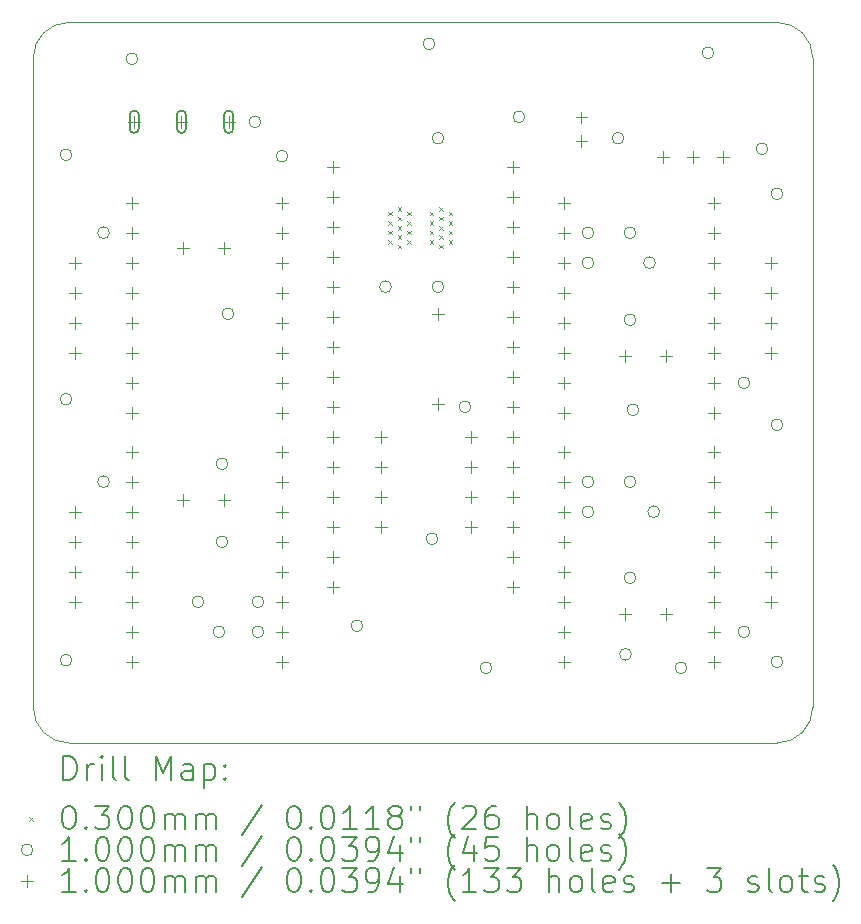
<source format=gbr>
%FSLAX45Y45*%
G04 Gerber Fmt 4.5, Leading zero omitted, Abs format (unit mm)*
G04 Created by KiCad (PCBNEW (6.0.0)) date 2022-05-09 15:37:38*
%MOMM*%
%LPD*%
G01*
G04 APERTURE LIST*
%TA.AperFunction,Profile*%
%ADD10C,0.050000*%
%TD*%
%ADD11C,0.200000*%
%ADD12C,0.030000*%
%ADD13C,0.100000*%
G04 APERTURE END LIST*
D10*
X7825150Y-12172600D02*
X7825150Y-6672600D01*
X8125150Y-12472600D02*
X14125150Y-12472600D01*
X14425150Y-12172600D02*
X14425150Y-6672600D01*
X14125150Y-6372600D02*
X8125150Y-6372600D01*
X7825150Y-12172600D02*
G75*
G03*
X8125150Y-12472600I300000J0D01*
G01*
X14425150Y-6672600D02*
G75*
G03*
X14125150Y-6372600I-300000J0D01*
G01*
X8125150Y-6372600D02*
G75*
G03*
X7825150Y-6672600I0J-300000D01*
G01*
X14125150Y-12472600D02*
G75*
G03*
X14425150Y-12172600I0J300000D01*
G01*
D11*
D12*
X10832550Y-7976530D02*
X10862550Y-8006530D01*
X10862550Y-7976530D02*
X10832550Y-8006530D01*
X10832550Y-8056530D02*
X10862550Y-8086530D01*
X10862550Y-8056530D02*
X10832550Y-8086530D01*
X10832550Y-8136530D02*
X10862550Y-8166530D01*
X10862550Y-8136530D02*
X10832550Y-8166530D01*
X10832550Y-8216530D02*
X10862550Y-8246530D01*
X10862550Y-8216530D02*
X10832550Y-8246530D01*
X10912550Y-7936530D02*
X10942550Y-7966530D01*
X10942550Y-7936530D02*
X10912550Y-7966530D01*
X10912550Y-8016530D02*
X10942550Y-8046530D01*
X10942550Y-8016530D02*
X10912550Y-8046530D01*
X10912550Y-8096530D02*
X10942550Y-8126530D01*
X10942550Y-8096530D02*
X10912550Y-8126530D01*
X10912550Y-8176530D02*
X10942550Y-8206530D01*
X10942550Y-8176530D02*
X10912550Y-8206530D01*
X10912550Y-8256530D02*
X10942550Y-8286530D01*
X10942550Y-8256530D02*
X10912550Y-8286530D01*
X10992550Y-7976530D02*
X11022550Y-8006530D01*
X11022550Y-7976530D02*
X10992550Y-8006530D01*
X10992550Y-8056530D02*
X11022550Y-8086530D01*
X11022550Y-8056530D02*
X10992550Y-8086530D01*
X10992550Y-8136530D02*
X11022550Y-8166530D01*
X11022550Y-8136530D02*
X10992550Y-8166530D01*
X10992550Y-8216530D02*
X11022550Y-8246530D01*
X11022550Y-8216530D02*
X10992550Y-8246530D01*
X11182550Y-7976530D02*
X11212550Y-8006530D01*
X11212550Y-7976530D02*
X11182550Y-8006530D01*
X11182550Y-8056530D02*
X11212550Y-8086530D01*
X11212550Y-8056530D02*
X11182550Y-8086530D01*
X11182550Y-8136530D02*
X11212550Y-8166530D01*
X11212550Y-8136530D02*
X11182550Y-8166530D01*
X11182550Y-8216530D02*
X11212550Y-8246530D01*
X11212550Y-8216530D02*
X11182550Y-8246530D01*
X11262550Y-7936530D02*
X11292550Y-7966530D01*
X11292550Y-7936530D02*
X11262550Y-7966530D01*
X11262550Y-8016530D02*
X11292550Y-8046530D01*
X11292550Y-8016530D02*
X11262550Y-8046530D01*
X11262550Y-8096530D02*
X11292550Y-8126530D01*
X11292550Y-8096530D02*
X11262550Y-8126530D01*
X11262550Y-8176530D02*
X11292550Y-8206530D01*
X11292550Y-8176530D02*
X11262550Y-8206530D01*
X11262550Y-8256530D02*
X11292550Y-8286530D01*
X11292550Y-8256530D02*
X11262550Y-8286530D01*
X11342550Y-7976530D02*
X11372550Y-8006530D01*
X11372550Y-7976530D02*
X11342550Y-8006530D01*
X11342550Y-8056530D02*
X11372550Y-8086530D01*
X11372550Y-8056530D02*
X11342550Y-8086530D01*
X11342550Y-8136530D02*
X11372550Y-8166530D01*
X11372550Y-8136530D02*
X11342550Y-8166530D01*
X11342550Y-8216530D02*
X11372550Y-8246530D01*
X11372550Y-8216530D02*
X11342550Y-8246530D01*
D13*
X8152550Y-7493000D02*
G75*
G03*
X8152550Y-7493000I-50000J0D01*
G01*
X8152550Y-9563100D02*
G75*
G03*
X8152550Y-9563100I-50000J0D01*
G01*
X8152550Y-11772900D02*
G75*
G03*
X8152550Y-11772900I-50000J0D01*
G01*
X8470050Y-8153400D02*
G75*
G03*
X8470050Y-8153400I-50000J0D01*
G01*
X8470050Y-10261600D02*
G75*
G03*
X8470050Y-10261600I-50000J0D01*
G01*
X8711350Y-6680200D02*
G75*
G03*
X8711350Y-6680200I-50000J0D01*
G01*
X9270150Y-11277600D02*
G75*
G03*
X9270150Y-11277600I-50000J0D01*
G01*
X9447950Y-11531600D02*
G75*
G03*
X9447950Y-11531600I-50000J0D01*
G01*
X9473350Y-10109200D02*
G75*
G03*
X9473350Y-10109200I-50000J0D01*
G01*
X9473350Y-10769600D02*
G75*
G03*
X9473350Y-10769600I-50000J0D01*
G01*
X9524150Y-8839200D02*
G75*
G03*
X9524150Y-8839200I-50000J0D01*
G01*
X9752750Y-7213600D02*
G75*
G03*
X9752750Y-7213600I-50000J0D01*
G01*
X9778150Y-11277600D02*
G75*
G03*
X9778150Y-11277600I-50000J0D01*
G01*
X9778150Y-11531600D02*
G75*
G03*
X9778150Y-11531600I-50000J0D01*
G01*
X9981350Y-7505700D02*
G75*
G03*
X9981350Y-7505700I-50000J0D01*
G01*
X10616350Y-11480800D02*
G75*
G03*
X10616350Y-11480800I-50000J0D01*
G01*
X10857650Y-8610600D02*
G75*
G03*
X10857650Y-8610600I-50000J0D01*
G01*
X11225950Y-6553200D02*
G75*
G03*
X11225950Y-6553200I-50000J0D01*
G01*
X11251350Y-10744200D02*
G75*
G03*
X11251350Y-10744200I-50000J0D01*
G01*
X11302150Y-7353300D02*
G75*
G03*
X11302150Y-7353300I-50000J0D01*
G01*
X11302150Y-8610600D02*
G75*
G03*
X11302150Y-8610600I-50000J0D01*
G01*
X11530750Y-9626600D02*
G75*
G03*
X11530750Y-9626600I-50000J0D01*
G01*
X11708550Y-11836400D02*
G75*
G03*
X11708550Y-11836400I-50000J0D01*
G01*
X11987950Y-7173050D02*
G75*
G03*
X11987950Y-7173050I-50000J0D01*
G01*
X12572150Y-8153400D02*
G75*
G03*
X12572150Y-8153400I-50000J0D01*
G01*
X12572150Y-8407400D02*
G75*
G03*
X12572150Y-8407400I-50000J0D01*
G01*
X12572150Y-10261600D02*
G75*
G03*
X12572150Y-10261600I-50000J0D01*
G01*
X12572150Y-10515600D02*
G75*
G03*
X12572150Y-10515600I-50000J0D01*
G01*
X12826150Y-7353300D02*
G75*
G03*
X12826150Y-7353300I-50000J0D01*
G01*
X12889650Y-11722100D02*
G75*
G03*
X12889650Y-11722100I-50000J0D01*
G01*
X12927750Y-8153400D02*
G75*
G03*
X12927750Y-8153400I-50000J0D01*
G01*
X12927750Y-8890000D02*
G75*
G03*
X12927750Y-8890000I-50000J0D01*
G01*
X12927750Y-10261600D02*
G75*
G03*
X12927750Y-10261600I-50000J0D01*
G01*
X12927750Y-11074400D02*
G75*
G03*
X12927750Y-11074400I-50000J0D01*
G01*
X12953150Y-9652000D02*
G75*
G03*
X12953150Y-9652000I-50000J0D01*
G01*
X13092850Y-8407400D02*
G75*
G03*
X13092850Y-8407400I-50000J0D01*
G01*
X13128800Y-10515600D02*
G75*
G03*
X13128800Y-10515600I-50000J0D01*
G01*
X13359550Y-11836400D02*
G75*
G03*
X13359550Y-11836400I-50000J0D01*
G01*
X13588150Y-6629400D02*
G75*
G03*
X13588150Y-6629400I-50000J0D01*
G01*
X13892950Y-9423400D02*
G75*
G03*
X13892950Y-9423400I-50000J0D01*
G01*
X13892950Y-11531600D02*
G75*
G03*
X13892950Y-11531600I-50000J0D01*
G01*
X14045350Y-7442200D02*
G75*
G03*
X14045350Y-7442200I-50000J0D01*
G01*
X14172350Y-7823200D02*
G75*
G03*
X14172350Y-7823200I-50000J0D01*
G01*
X14172350Y-9779000D02*
G75*
G03*
X14172350Y-9779000I-50000J0D01*
G01*
X14172350Y-11785600D02*
G75*
G03*
X14172350Y-11785600I-50000J0D01*
G01*
X8178800Y-8357400D02*
X8178800Y-8457400D01*
X8128800Y-8407400D02*
X8228800Y-8407400D01*
X8178800Y-8611400D02*
X8178800Y-8711400D01*
X8128800Y-8661400D02*
X8228800Y-8661400D01*
X8178800Y-8865400D02*
X8178800Y-8965400D01*
X8128800Y-8915400D02*
X8228800Y-8915400D01*
X8178800Y-9119400D02*
X8178800Y-9219400D01*
X8128800Y-9169400D02*
X8228800Y-9169400D01*
X8178800Y-10465600D02*
X8178800Y-10565600D01*
X8128800Y-10515600D02*
X8228800Y-10515600D01*
X8178800Y-10719600D02*
X8178800Y-10819600D01*
X8128800Y-10769600D02*
X8228800Y-10769600D01*
X8178800Y-10973600D02*
X8178800Y-11073600D01*
X8128800Y-11023600D02*
X8228800Y-11023600D01*
X8178800Y-11227600D02*
X8178800Y-11327600D01*
X8128800Y-11277600D02*
X8228800Y-11277600D01*
X8661400Y-7849400D02*
X8661400Y-7949400D01*
X8611400Y-7899400D02*
X8711400Y-7899400D01*
X8661400Y-8103400D02*
X8661400Y-8203400D01*
X8611400Y-8153400D02*
X8711400Y-8153400D01*
X8661400Y-8357400D02*
X8661400Y-8457400D01*
X8611400Y-8407400D02*
X8711400Y-8407400D01*
X8661400Y-8611400D02*
X8661400Y-8711400D01*
X8611400Y-8661400D02*
X8711400Y-8661400D01*
X8661400Y-8865400D02*
X8661400Y-8965400D01*
X8611400Y-8915400D02*
X8711400Y-8915400D01*
X8661400Y-9119400D02*
X8661400Y-9219400D01*
X8611400Y-9169400D02*
X8711400Y-9169400D01*
X8661400Y-9373400D02*
X8661400Y-9473400D01*
X8611400Y-9423400D02*
X8711400Y-9423400D01*
X8661400Y-9627400D02*
X8661400Y-9727400D01*
X8611400Y-9677400D02*
X8711400Y-9677400D01*
X8661400Y-9957600D02*
X8661400Y-10057600D01*
X8611400Y-10007600D02*
X8711400Y-10007600D01*
X8661400Y-10211600D02*
X8661400Y-10311600D01*
X8611400Y-10261600D02*
X8711400Y-10261600D01*
X8661400Y-10465600D02*
X8661400Y-10565600D01*
X8611400Y-10515600D02*
X8711400Y-10515600D01*
X8661400Y-10719600D02*
X8661400Y-10819600D01*
X8611400Y-10769600D02*
X8711400Y-10769600D01*
X8661400Y-10973600D02*
X8661400Y-11073600D01*
X8611400Y-11023600D02*
X8711400Y-11023600D01*
X8661400Y-11227600D02*
X8661400Y-11327600D01*
X8611400Y-11277600D02*
X8711400Y-11277600D01*
X8661400Y-11481600D02*
X8661400Y-11581600D01*
X8611400Y-11531600D02*
X8711400Y-11531600D01*
X8661400Y-11735600D02*
X8661400Y-11835600D01*
X8611400Y-11785600D02*
X8711400Y-11785600D01*
X8680450Y-7163600D02*
X8680450Y-7263600D01*
X8630450Y-7213600D02*
X8730450Y-7213600D01*
D11*
X8720450Y-7268600D02*
X8720450Y-7158600D01*
X8640450Y-7268600D02*
X8640450Y-7158600D01*
X8720450Y-7158600D02*
G75*
G03*
X8640450Y-7158600I-40000J0D01*
G01*
X8640450Y-7268600D02*
G75*
G03*
X8720450Y-7268600I40000J0D01*
G01*
D13*
X9080450Y-7163600D02*
X9080450Y-7263600D01*
X9030450Y-7213600D02*
X9130450Y-7213600D01*
D11*
X9120450Y-7268600D02*
X9120450Y-7158600D01*
X9040450Y-7268600D02*
X9040450Y-7158600D01*
X9120450Y-7158600D02*
G75*
G03*
X9040450Y-7158600I-40000J0D01*
G01*
X9040450Y-7268600D02*
G75*
G03*
X9120450Y-7268600I40000J0D01*
G01*
D13*
X9093150Y-8230400D02*
X9093150Y-8330400D01*
X9043150Y-8280400D02*
X9143150Y-8280400D01*
X9093150Y-10364000D02*
X9093150Y-10464000D01*
X9043150Y-10414000D02*
X9143150Y-10414000D01*
X9443150Y-8230400D02*
X9443150Y-8330400D01*
X9393150Y-8280400D02*
X9493150Y-8280400D01*
X9443150Y-10364000D02*
X9443150Y-10464000D01*
X9393150Y-10414000D02*
X9493150Y-10414000D01*
X9480450Y-7163600D02*
X9480450Y-7263600D01*
X9430450Y-7213600D02*
X9530450Y-7213600D01*
D11*
X9520450Y-7268600D02*
X9520450Y-7158600D01*
X9440450Y-7268600D02*
X9440450Y-7158600D01*
X9520450Y-7158600D02*
G75*
G03*
X9440450Y-7158600I-40000J0D01*
G01*
X9440450Y-7268600D02*
G75*
G03*
X9520450Y-7268600I40000J0D01*
G01*
D13*
X9931400Y-7849400D02*
X9931400Y-7949400D01*
X9881400Y-7899400D02*
X9981400Y-7899400D01*
X9931400Y-8103400D02*
X9931400Y-8203400D01*
X9881400Y-8153400D02*
X9981400Y-8153400D01*
X9931400Y-8357400D02*
X9931400Y-8457400D01*
X9881400Y-8407400D02*
X9981400Y-8407400D01*
X9931400Y-8611400D02*
X9931400Y-8711400D01*
X9881400Y-8661400D02*
X9981400Y-8661400D01*
X9931400Y-8865400D02*
X9931400Y-8965400D01*
X9881400Y-8915400D02*
X9981400Y-8915400D01*
X9931400Y-9119400D02*
X9931400Y-9219400D01*
X9881400Y-9169400D02*
X9981400Y-9169400D01*
X9931400Y-9373400D02*
X9931400Y-9473400D01*
X9881400Y-9423400D02*
X9981400Y-9423400D01*
X9931400Y-9627400D02*
X9931400Y-9727400D01*
X9881400Y-9677400D02*
X9981400Y-9677400D01*
X9931400Y-9957600D02*
X9931400Y-10057600D01*
X9881400Y-10007600D02*
X9981400Y-10007600D01*
X9931400Y-10211600D02*
X9931400Y-10311600D01*
X9881400Y-10261600D02*
X9981400Y-10261600D01*
X9931400Y-10465600D02*
X9931400Y-10565600D01*
X9881400Y-10515600D02*
X9981400Y-10515600D01*
X9931400Y-10719600D02*
X9931400Y-10819600D01*
X9881400Y-10769600D02*
X9981400Y-10769600D01*
X9931400Y-10973600D02*
X9931400Y-11073600D01*
X9881400Y-11023600D02*
X9981400Y-11023600D01*
X9931400Y-11227600D02*
X9931400Y-11327600D01*
X9881400Y-11277600D02*
X9981400Y-11277600D01*
X9931400Y-11481600D02*
X9931400Y-11581600D01*
X9881400Y-11531600D02*
X9981400Y-11531600D01*
X9931400Y-11735600D02*
X9931400Y-11835600D01*
X9881400Y-11785600D02*
X9981400Y-11785600D01*
X10363150Y-7544600D02*
X10363150Y-7644600D01*
X10313150Y-7594600D02*
X10413150Y-7594600D01*
X10363150Y-7798600D02*
X10363150Y-7898600D01*
X10313150Y-7848600D02*
X10413150Y-7848600D01*
X10363150Y-8052600D02*
X10363150Y-8152600D01*
X10313150Y-8102600D02*
X10413150Y-8102600D01*
X10363150Y-8306600D02*
X10363150Y-8406600D01*
X10313150Y-8356600D02*
X10413150Y-8356600D01*
X10363150Y-8560600D02*
X10363150Y-8660600D01*
X10313150Y-8610600D02*
X10413150Y-8610600D01*
X10363150Y-8814600D02*
X10363150Y-8914600D01*
X10313150Y-8864600D02*
X10413150Y-8864600D01*
X10363150Y-9068600D02*
X10363150Y-9168600D01*
X10313150Y-9118600D02*
X10413150Y-9118600D01*
X10363150Y-9322600D02*
X10363150Y-9422600D01*
X10313150Y-9372600D02*
X10413150Y-9372600D01*
X10363150Y-9576600D02*
X10363150Y-9676600D01*
X10313150Y-9626600D02*
X10413150Y-9626600D01*
X10363150Y-9830600D02*
X10363150Y-9930600D01*
X10313150Y-9880600D02*
X10413150Y-9880600D01*
X10363150Y-10084600D02*
X10363150Y-10184600D01*
X10313150Y-10134600D02*
X10413150Y-10134600D01*
X10363150Y-10338600D02*
X10363150Y-10438600D01*
X10313150Y-10388600D02*
X10413150Y-10388600D01*
X10363150Y-10592600D02*
X10363150Y-10692600D01*
X10313150Y-10642600D02*
X10413150Y-10642600D01*
X10363150Y-10846600D02*
X10363150Y-10946600D01*
X10313150Y-10896600D02*
X10413150Y-10896600D01*
X10363150Y-11100600D02*
X10363150Y-11200600D01*
X10313150Y-11150600D02*
X10413150Y-11150600D01*
X10769550Y-9830600D02*
X10769550Y-9930600D01*
X10719550Y-9880600D02*
X10819550Y-9880600D01*
X10769550Y-10084600D02*
X10769550Y-10184600D01*
X10719550Y-10134600D02*
X10819550Y-10134600D01*
X10769550Y-10338600D02*
X10769550Y-10438600D01*
X10719550Y-10388600D02*
X10819550Y-10388600D01*
X10769550Y-10592600D02*
X10769550Y-10692600D01*
X10719550Y-10642600D02*
X10819550Y-10642600D01*
X11252150Y-8789200D02*
X11252150Y-8889200D01*
X11202150Y-8839200D02*
X11302150Y-8839200D01*
X11252150Y-9551200D02*
X11252150Y-9651200D01*
X11202150Y-9601200D02*
X11302150Y-9601200D01*
X11531550Y-9830600D02*
X11531550Y-9930600D01*
X11481550Y-9880600D02*
X11581550Y-9880600D01*
X11531550Y-10084600D02*
X11531550Y-10184600D01*
X11481550Y-10134600D02*
X11581550Y-10134600D01*
X11531550Y-10338600D02*
X11531550Y-10438600D01*
X11481550Y-10388600D02*
X11581550Y-10388600D01*
X11531550Y-10592600D02*
X11531550Y-10692600D01*
X11481550Y-10642600D02*
X11581550Y-10642600D01*
X11887150Y-7544600D02*
X11887150Y-7644600D01*
X11837150Y-7594600D02*
X11937150Y-7594600D01*
X11887150Y-7798600D02*
X11887150Y-7898600D01*
X11837150Y-7848600D02*
X11937150Y-7848600D01*
X11887150Y-8052600D02*
X11887150Y-8152600D01*
X11837150Y-8102600D02*
X11937150Y-8102600D01*
X11887150Y-8306600D02*
X11887150Y-8406600D01*
X11837150Y-8356600D02*
X11937150Y-8356600D01*
X11887150Y-8560600D02*
X11887150Y-8660600D01*
X11837150Y-8610600D02*
X11937150Y-8610600D01*
X11887150Y-8814600D02*
X11887150Y-8914600D01*
X11837150Y-8864600D02*
X11937150Y-8864600D01*
X11887150Y-9068600D02*
X11887150Y-9168600D01*
X11837150Y-9118600D02*
X11937150Y-9118600D01*
X11887150Y-9322600D02*
X11887150Y-9422600D01*
X11837150Y-9372600D02*
X11937150Y-9372600D01*
X11887150Y-9576600D02*
X11887150Y-9676600D01*
X11837150Y-9626600D02*
X11937150Y-9626600D01*
X11887150Y-9830600D02*
X11887150Y-9930600D01*
X11837150Y-9880600D02*
X11937150Y-9880600D01*
X11887150Y-10084600D02*
X11887150Y-10184600D01*
X11837150Y-10134600D02*
X11937150Y-10134600D01*
X11887150Y-10338600D02*
X11887150Y-10438600D01*
X11837150Y-10388600D02*
X11937150Y-10388600D01*
X11887150Y-10592600D02*
X11887150Y-10692600D01*
X11837150Y-10642600D02*
X11937150Y-10642600D01*
X11887150Y-10846600D02*
X11887150Y-10946600D01*
X11837150Y-10896600D02*
X11937150Y-10896600D01*
X11887150Y-11100600D02*
X11887150Y-11200600D01*
X11837150Y-11150600D02*
X11937150Y-11150600D01*
X12319000Y-7849400D02*
X12319000Y-7949400D01*
X12269000Y-7899400D02*
X12369000Y-7899400D01*
X12319000Y-8103400D02*
X12319000Y-8203400D01*
X12269000Y-8153400D02*
X12369000Y-8153400D01*
X12319000Y-8357400D02*
X12319000Y-8457400D01*
X12269000Y-8407400D02*
X12369000Y-8407400D01*
X12319000Y-8611400D02*
X12319000Y-8711400D01*
X12269000Y-8661400D02*
X12369000Y-8661400D01*
X12319000Y-8865400D02*
X12319000Y-8965400D01*
X12269000Y-8915400D02*
X12369000Y-8915400D01*
X12319000Y-9119400D02*
X12319000Y-9219400D01*
X12269000Y-9169400D02*
X12369000Y-9169400D01*
X12319000Y-9373400D02*
X12319000Y-9473400D01*
X12269000Y-9423400D02*
X12369000Y-9423400D01*
X12319000Y-9627400D02*
X12319000Y-9727400D01*
X12269000Y-9677400D02*
X12369000Y-9677400D01*
X12319000Y-9957600D02*
X12319000Y-10057600D01*
X12269000Y-10007600D02*
X12369000Y-10007600D01*
X12319000Y-10211600D02*
X12319000Y-10311600D01*
X12269000Y-10261600D02*
X12369000Y-10261600D01*
X12319000Y-10465600D02*
X12319000Y-10565600D01*
X12269000Y-10515600D02*
X12369000Y-10515600D01*
X12319000Y-10719600D02*
X12319000Y-10819600D01*
X12269000Y-10769600D02*
X12369000Y-10769600D01*
X12319000Y-10973600D02*
X12319000Y-11073600D01*
X12269000Y-11023600D02*
X12369000Y-11023600D01*
X12319000Y-11227600D02*
X12319000Y-11327600D01*
X12269000Y-11277600D02*
X12369000Y-11277600D01*
X12319000Y-11481600D02*
X12319000Y-11581600D01*
X12269000Y-11531600D02*
X12369000Y-11531600D01*
X12319000Y-11735600D02*
X12319000Y-11835600D01*
X12269000Y-11785600D02*
X12369000Y-11785600D01*
X12467150Y-7127100D02*
X12467150Y-7227100D01*
X12417150Y-7177100D02*
X12517150Y-7177100D01*
X12467150Y-7327100D02*
X12467150Y-7427100D01*
X12417150Y-7377100D02*
X12517150Y-7377100D01*
X12832550Y-9144800D02*
X12832550Y-9244800D01*
X12782550Y-9194800D02*
X12882550Y-9194800D01*
X12832550Y-11329200D02*
X12832550Y-11429200D01*
X12782550Y-11379200D02*
X12882550Y-11379200D01*
X13157150Y-7460550D02*
X13157150Y-7560550D01*
X13107150Y-7510550D02*
X13207150Y-7510550D01*
X13182550Y-9144800D02*
X13182550Y-9244800D01*
X13132550Y-9194800D02*
X13232550Y-9194800D01*
X13182550Y-11329200D02*
X13182550Y-11429200D01*
X13132550Y-11379200D02*
X13232550Y-11379200D01*
X13411150Y-7460550D02*
X13411150Y-7560550D01*
X13361150Y-7510550D02*
X13461150Y-7510550D01*
X13589000Y-7849400D02*
X13589000Y-7949400D01*
X13539000Y-7899400D02*
X13639000Y-7899400D01*
X13589000Y-8103400D02*
X13589000Y-8203400D01*
X13539000Y-8153400D02*
X13639000Y-8153400D01*
X13589000Y-8357400D02*
X13589000Y-8457400D01*
X13539000Y-8407400D02*
X13639000Y-8407400D01*
X13589000Y-8611400D02*
X13589000Y-8711400D01*
X13539000Y-8661400D02*
X13639000Y-8661400D01*
X13589000Y-8865400D02*
X13589000Y-8965400D01*
X13539000Y-8915400D02*
X13639000Y-8915400D01*
X13589000Y-9119400D02*
X13589000Y-9219400D01*
X13539000Y-9169400D02*
X13639000Y-9169400D01*
X13589000Y-9373400D02*
X13589000Y-9473400D01*
X13539000Y-9423400D02*
X13639000Y-9423400D01*
X13589000Y-9627400D02*
X13589000Y-9727400D01*
X13539000Y-9677400D02*
X13639000Y-9677400D01*
X13589000Y-9957600D02*
X13589000Y-10057600D01*
X13539000Y-10007600D02*
X13639000Y-10007600D01*
X13589000Y-10211600D02*
X13589000Y-10311600D01*
X13539000Y-10261600D02*
X13639000Y-10261600D01*
X13589000Y-10465600D02*
X13589000Y-10565600D01*
X13539000Y-10515600D02*
X13639000Y-10515600D01*
X13589000Y-10719600D02*
X13589000Y-10819600D01*
X13539000Y-10769600D02*
X13639000Y-10769600D01*
X13589000Y-10973600D02*
X13589000Y-11073600D01*
X13539000Y-11023600D02*
X13639000Y-11023600D01*
X13589000Y-11227600D02*
X13589000Y-11327600D01*
X13539000Y-11277600D02*
X13639000Y-11277600D01*
X13589000Y-11481600D02*
X13589000Y-11581600D01*
X13539000Y-11531600D02*
X13639000Y-11531600D01*
X13589000Y-11735600D02*
X13589000Y-11835600D01*
X13539000Y-11785600D02*
X13639000Y-11785600D01*
X13665150Y-7460550D02*
X13665150Y-7560550D01*
X13615150Y-7510550D02*
X13715150Y-7510550D01*
X14071600Y-8357400D02*
X14071600Y-8457400D01*
X14021600Y-8407400D02*
X14121600Y-8407400D01*
X14071600Y-8611400D02*
X14071600Y-8711400D01*
X14021600Y-8661400D02*
X14121600Y-8661400D01*
X14071600Y-8865400D02*
X14071600Y-8965400D01*
X14021600Y-8915400D02*
X14121600Y-8915400D01*
X14071600Y-9119400D02*
X14071600Y-9219400D01*
X14021600Y-9169400D02*
X14121600Y-9169400D01*
X14071600Y-10465600D02*
X14071600Y-10565600D01*
X14021600Y-10515600D02*
X14121600Y-10515600D01*
X14071600Y-10719600D02*
X14071600Y-10819600D01*
X14021600Y-10769600D02*
X14121600Y-10769600D01*
X14071600Y-10973600D02*
X14071600Y-11073600D01*
X14021600Y-11023600D02*
X14121600Y-11023600D01*
X14071600Y-11227600D02*
X14071600Y-11327600D01*
X14021600Y-11277600D02*
X14121600Y-11277600D01*
D11*
X8080269Y-12785576D02*
X8080269Y-12585576D01*
X8127888Y-12585576D01*
X8156459Y-12595100D01*
X8175507Y-12614148D01*
X8185031Y-12633195D01*
X8194555Y-12671290D01*
X8194555Y-12699862D01*
X8185031Y-12737957D01*
X8175507Y-12757005D01*
X8156459Y-12776052D01*
X8127888Y-12785576D01*
X8080269Y-12785576D01*
X8280269Y-12785576D02*
X8280269Y-12652243D01*
X8280269Y-12690338D02*
X8289793Y-12671290D01*
X8299317Y-12661767D01*
X8318364Y-12652243D01*
X8337412Y-12652243D01*
X8404079Y-12785576D02*
X8404079Y-12652243D01*
X8404079Y-12585576D02*
X8394555Y-12595100D01*
X8404079Y-12604624D01*
X8413602Y-12595100D01*
X8404079Y-12585576D01*
X8404079Y-12604624D01*
X8527888Y-12785576D02*
X8508840Y-12776052D01*
X8499317Y-12757005D01*
X8499317Y-12585576D01*
X8632650Y-12785576D02*
X8613602Y-12776052D01*
X8604079Y-12757005D01*
X8604079Y-12585576D01*
X8861221Y-12785576D02*
X8861221Y-12585576D01*
X8927888Y-12728433D01*
X8994555Y-12585576D01*
X8994555Y-12785576D01*
X9175507Y-12785576D02*
X9175507Y-12680814D01*
X9165983Y-12661767D01*
X9146936Y-12652243D01*
X9108840Y-12652243D01*
X9089793Y-12661767D01*
X9175507Y-12776052D02*
X9156460Y-12785576D01*
X9108840Y-12785576D01*
X9089793Y-12776052D01*
X9080269Y-12757005D01*
X9080269Y-12737957D01*
X9089793Y-12718909D01*
X9108840Y-12709386D01*
X9156460Y-12709386D01*
X9175507Y-12699862D01*
X9270745Y-12652243D02*
X9270745Y-12852243D01*
X9270745Y-12661767D02*
X9289793Y-12652243D01*
X9327888Y-12652243D01*
X9346936Y-12661767D01*
X9356460Y-12671290D01*
X9365983Y-12690338D01*
X9365983Y-12747481D01*
X9356460Y-12766528D01*
X9346936Y-12776052D01*
X9327888Y-12785576D01*
X9289793Y-12785576D01*
X9270745Y-12776052D01*
X9451698Y-12766528D02*
X9461221Y-12776052D01*
X9451698Y-12785576D01*
X9442174Y-12776052D01*
X9451698Y-12766528D01*
X9451698Y-12785576D01*
X9451698Y-12661767D02*
X9461221Y-12671290D01*
X9451698Y-12680814D01*
X9442174Y-12671290D01*
X9451698Y-12661767D01*
X9451698Y-12680814D01*
D12*
X7792650Y-13100100D02*
X7822650Y-13130100D01*
X7822650Y-13100100D02*
X7792650Y-13130100D01*
D11*
X8118364Y-13005576D02*
X8137412Y-13005576D01*
X8156459Y-13015100D01*
X8165983Y-13024624D01*
X8175507Y-13043671D01*
X8185031Y-13081767D01*
X8185031Y-13129386D01*
X8175507Y-13167481D01*
X8165983Y-13186528D01*
X8156459Y-13196052D01*
X8137412Y-13205576D01*
X8118364Y-13205576D01*
X8099317Y-13196052D01*
X8089793Y-13186528D01*
X8080269Y-13167481D01*
X8070745Y-13129386D01*
X8070745Y-13081767D01*
X8080269Y-13043671D01*
X8089793Y-13024624D01*
X8099317Y-13015100D01*
X8118364Y-13005576D01*
X8270745Y-13186528D02*
X8280269Y-13196052D01*
X8270745Y-13205576D01*
X8261221Y-13196052D01*
X8270745Y-13186528D01*
X8270745Y-13205576D01*
X8346936Y-13005576D02*
X8470745Y-13005576D01*
X8404079Y-13081767D01*
X8432650Y-13081767D01*
X8451698Y-13091290D01*
X8461221Y-13100814D01*
X8470745Y-13119862D01*
X8470745Y-13167481D01*
X8461221Y-13186528D01*
X8451698Y-13196052D01*
X8432650Y-13205576D01*
X8375507Y-13205576D01*
X8356459Y-13196052D01*
X8346936Y-13186528D01*
X8594555Y-13005576D02*
X8613602Y-13005576D01*
X8632650Y-13015100D01*
X8642174Y-13024624D01*
X8651698Y-13043671D01*
X8661221Y-13081767D01*
X8661221Y-13129386D01*
X8651698Y-13167481D01*
X8642174Y-13186528D01*
X8632650Y-13196052D01*
X8613602Y-13205576D01*
X8594555Y-13205576D01*
X8575507Y-13196052D01*
X8565983Y-13186528D01*
X8556460Y-13167481D01*
X8546936Y-13129386D01*
X8546936Y-13081767D01*
X8556460Y-13043671D01*
X8565983Y-13024624D01*
X8575507Y-13015100D01*
X8594555Y-13005576D01*
X8785031Y-13005576D02*
X8804079Y-13005576D01*
X8823126Y-13015100D01*
X8832650Y-13024624D01*
X8842174Y-13043671D01*
X8851698Y-13081767D01*
X8851698Y-13129386D01*
X8842174Y-13167481D01*
X8832650Y-13186528D01*
X8823126Y-13196052D01*
X8804079Y-13205576D01*
X8785031Y-13205576D01*
X8765983Y-13196052D01*
X8756460Y-13186528D01*
X8746936Y-13167481D01*
X8737412Y-13129386D01*
X8737412Y-13081767D01*
X8746936Y-13043671D01*
X8756460Y-13024624D01*
X8765983Y-13015100D01*
X8785031Y-13005576D01*
X8937412Y-13205576D02*
X8937412Y-13072243D01*
X8937412Y-13091290D02*
X8946936Y-13081767D01*
X8965983Y-13072243D01*
X8994555Y-13072243D01*
X9013602Y-13081767D01*
X9023126Y-13100814D01*
X9023126Y-13205576D01*
X9023126Y-13100814D02*
X9032650Y-13081767D01*
X9051698Y-13072243D01*
X9080269Y-13072243D01*
X9099317Y-13081767D01*
X9108840Y-13100814D01*
X9108840Y-13205576D01*
X9204079Y-13205576D02*
X9204079Y-13072243D01*
X9204079Y-13091290D02*
X9213602Y-13081767D01*
X9232650Y-13072243D01*
X9261221Y-13072243D01*
X9280269Y-13081767D01*
X9289793Y-13100814D01*
X9289793Y-13205576D01*
X9289793Y-13100814D02*
X9299317Y-13081767D01*
X9318364Y-13072243D01*
X9346936Y-13072243D01*
X9365983Y-13081767D01*
X9375507Y-13100814D01*
X9375507Y-13205576D01*
X9765983Y-12996052D02*
X9594555Y-13253195D01*
X10023126Y-13005576D02*
X10042174Y-13005576D01*
X10061221Y-13015100D01*
X10070745Y-13024624D01*
X10080269Y-13043671D01*
X10089793Y-13081767D01*
X10089793Y-13129386D01*
X10080269Y-13167481D01*
X10070745Y-13186528D01*
X10061221Y-13196052D01*
X10042174Y-13205576D01*
X10023126Y-13205576D01*
X10004079Y-13196052D01*
X9994555Y-13186528D01*
X9985031Y-13167481D01*
X9975507Y-13129386D01*
X9975507Y-13081767D01*
X9985031Y-13043671D01*
X9994555Y-13024624D01*
X10004079Y-13015100D01*
X10023126Y-13005576D01*
X10175507Y-13186528D02*
X10185031Y-13196052D01*
X10175507Y-13205576D01*
X10165983Y-13196052D01*
X10175507Y-13186528D01*
X10175507Y-13205576D01*
X10308840Y-13005576D02*
X10327888Y-13005576D01*
X10346936Y-13015100D01*
X10356460Y-13024624D01*
X10365983Y-13043671D01*
X10375507Y-13081767D01*
X10375507Y-13129386D01*
X10365983Y-13167481D01*
X10356460Y-13186528D01*
X10346936Y-13196052D01*
X10327888Y-13205576D01*
X10308840Y-13205576D01*
X10289793Y-13196052D01*
X10280269Y-13186528D01*
X10270745Y-13167481D01*
X10261221Y-13129386D01*
X10261221Y-13081767D01*
X10270745Y-13043671D01*
X10280269Y-13024624D01*
X10289793Y-13015100D01*
X10308840Y-13005576D01*
X10565983Y-13205576D02*
X10451698Y-13205576D01*
X10508840Y-13205576D02*
X10508840Y-13005576D01*
X10489793Y-13034148D01*
X10470745Y-13053195D01*
X10451698Y-13062719D01*
X10756460Y-13205576D02*
X10642174Y-13205576D01*
X10699317Y-13205576D02*
X10699317Y-13005576D01*
X10680269Y-13034148D01*
X10661221Y-13053195D01*
X10642174Y-13062719D01*
X10870745Y-13091290D02*
X10851698Y-13081767D01*
X10842174Y-13072243D01*
X10832650Y-13053195D01*
X10832650Y-13043671D01*
X10842174Y-13024624D01*
X10851698Y-13015100D01*
X10870745Y-13005576D01*
X10908840Y-13005576D01*
X10927888Y-13015100D01*
X10937412Y-13024624D01*
X10946936Y-13043671D01*
X10946936Y-13053195D01*
X10937412Y-13072243D01*
X10927888Y-13081767D01*
X10908840Y-13091290D01*
X10870745Y-13091290D01*
X10851698Y-13100814D01*
X10842174Y-13110338D01*
X10832650Y-13129386D01*
X10832650Y-13167481D01*
X10842174Y-13186528D01*
X10851698Y-13196052D01*
X10870745Y-13205576D01*
X10908840Y-13205576D01*
X10927888Y-13196052D01*
X10937412Y-13186528D01*
X10946936Y-13167481D01*
X10946936Y-13129386D01*
X10937412Y-13110338D01*
X10927888Y-13100814D01*
X10908840Y-13091290D01*
X11023126Y-13005576D02*
X11023126Y-13043671D01*
X11099317Y-13005576D02*
X11099317Y-13043671D01*
X11394555Y-13281767D02*
X11385031Y-13272243D01*
X11365983Y-13243671D01*
X11356459Y-13224624D01*
X11346936Y-13196052D01*
X11337412Y-13148433D01*
X11337412Y-13110338D01*
X11346936Y-13062719D01*
X11356459Y-13034148D01*
X11365983Y-13015100D01*
X11385031Y-12986528D01*
X11394555Y-12977005D01*
X11461221Y-13024624D02*
X11470745Y-13015100D01*
X11489793Y-13005576D01*
X11537412Y-13005576D01*
X11556459Y-13015100D01*
X11565983Y-13024624D01*
X11575507Y-13043671D01*
X11575507Y-13062719D01*
X11565983Y-13091290D01*
X11451698Y-13205576D01*
X11575507Y-13205576D01*
X11746936Y-13005576D02*
X11708840Y-13005576D01*
X11689793Y-13015100D01*
X11680269Y-13024624D01*
X11661221Y-13053195D01*
X11651698Y-13091290D01*
X11651698Y-13167481D01*
X11661221Y-13186528D01*
X11670745Y-13196052D01*
X11689793Y-13205576D01*
X11727888Y-13205576D01*
X11746936Y-13196052D01*
X11756459Y-13186528D01*
X11765983Y-13167481D01*
X11765983Y-13119862D01*
X11756459Y-13100814D01*
X11746936Y-13091290D01*
X11727888Y-13081767D01*
X11689793Y-13081767D01*
X11670745Y-13091290D01*
X11661221Y-13100814D01*
X11651698Y-13119862D01*
X12004078Y-13205576D02*
X12004078Y-13005576D01*
X12089793Y-13205576D02*
X12089793Y-13100814D01*
X12080269Y-13081767D01*
X12061221Y-13072243D01*
X12032650Y-13072243D01*
X12013602Y-13081767D01*
X12004078Y-13091290D01*
X12213602Y-13205576D02*
X12194555Y-13196052D01*
X12185031Y-13186528D01*
X12175507Y-13167481D01*
X12175507Y-13110338D01*
X12185031Y-13091290D01*
X12194555Y-13081767D01*
X12213602Y-13072243D01*
X12242174Y-13072243D01*
X12261221Y-13081767D01*
X12270745Y-13091290D01*
X12280269Y-13110338D01*
X12280269Y-13167481D01*
X12270745Y-13186528D01*
X12261221Y-13196052D01*
X12242174Y-13205576D01*
X12213602Y-13205576D01*
X12394555Y-13205576D02*
X12375507Y-13196052D01*
X12365983Y-13177005D01*
X12365983Y-13005576D01*
X12546936Y-13196052D02*
X12527888Y-13205576D01*
X12489793Y-13205576D01*
X12470745Y-13196052D01*
X12461221Y-13177005D01*
X12461221Y-13100814D01*
X12470745Y-13081767D01*
X12489793Y-13072243D01*
X12527888Y-13072243D01*
X12546936Y-13081767D01*
X12556459Y-13100814D01*
X12556459Y-13119862D01*
X12461221Y-13138909D01*
X12632650Y-13196052D02*
X12651698Y-13205576D01*
X12689793Y-13205576D01*
X12708840Y-13196052D01*
X12718364Y-13177005D01*
X12718364Y-13167481D01*
X12708840Y-13148433D01*
X12689793Y-13138909D01*
X12661221Y-13138909D01*
X12642174Y-13129386D01*
X12632650Y-13110338D01*
X12632650Y-13100814D01*
X12642174Y-13081767D01*
X12661221Y-13072243D01*
X12689793Y-13072243D01*
X12708840Y-13081767D01*
X12785031Y-13281767D02*
X12794555Y-13272243D01*
X12813602Y-13243671D01*
X12823126Y-13224624D01*
X12832650Y-13196052D01*
X12842174Y-13148433D01*
X12842174Y-13110338D01*
X12832650Y-13062719D01*
X12823126Y-13034148D01*
X12813602Y-13015100D01*
X12794555Y-12986528D01*
X12785031Y-12977005D01*
D13*
X7822650Y-13379100D02*
G75*
G03*
X7822650Y-13379100I-50000J0D01*
G01*
D11*
X8185031Y-13469576D02*
X8070745Y-13469576D01*
X8127888Y-13469576D02*
X8127888Y-13269576D01*
X8108840Y-13298148D01*
X8089793Y-13317195D01*
X8070745Y-13326719D01*
X8270745Y-13450528D02*
X8280269Y-13460052D01*
X8270745Y-13469576D01*
X8261221Y-13460052D01*
X8270745Y-13450528D01*
X8270745Y-13469576D01*
X8404079Y-13269576D02*
X8423126Y-13269576D01*
X8442174Y-13279100D01*
X8451698Y-13288624D01*
X8461221Y-13307671D01*
X8470745Y-13345767D01*
X8470745Y-13393386D01*
X8461221Y-13431481D01*
X8451698Y-13450528D01*
X8442174Y-13460052D01*
X8423126Y-13469576D01*
X8404079Y-13469576D01*
X8385031Y-13460052D01*
X8375507Y-13450528D01*
X8365983Y-13431481D01*
X8356459Y-13393386D01*
X8356459Y-13345767D01*
X8365983Y-13307671D01*
X8375507Y-13288624D01*
X8385031Y-13279100D01*
X8404079Y-13269576D01*
X8594555Y-13269576D02*
X8613602Y-13269576D01*
X8632650Y-13279100D01*
X8642174Y-13288624D01*
X8651698Y-13307671D01*
X8661221Y-13345767D01*
X8661221Y-13393386D01*
X8651698Y-13431481D01*
X8642174Y-13450528D01*
X8632650Y-13460052D01*
X8613602Y-13469576D01*
X8594555Y-13469576D01*
X8575507Y-13460052D01*
X8565983Y-13450528D01*
X8556460Y-13431481D01*
X8546936Y-13393386D01*
X8546936Y-13345767D01*
X8556460Y-13307671D01*
X8565983Y-13288624D01*
X8575507Y-13279100D01*
X8594555Y-13269576D01*
X8785031Y-13269576D02*
X8804079Y-13269576D01*
X8823126Y-13279100D01*
X8832650Y-13288624D01*
X8842174Y-13307671D01*
X8851698Y-13345767D01*
X8851698Y-13393386D01*
X8842174Y-13431481D01*
X8832650Y-13450528D01*
X8823126Y-13460052D01*
X8804079Y-13469576D01*
X8785031Y-13469576D01*
X8765983Y-13460052D01*
X8756460Y-13450528D01*
X8746936Y-13431481D01*
X8737412Y-13393386D01*
X8737412Y-13345767D01*
X8746936Y-13307671D01*
X8756460Y-13288624D01*
X8765983Y-13279100D01*
X8785031Y-13269576D01*
X8937412Y-13469576D02*
X8937412Y-13336243D01*
X8937412Y-13355290D02*
X8946936Y-13345767D01*
X8965983Y-13336243D01*
X8994555Y-13336243D01*
X9013602Y-13345767D01*
X9023126Y-13364814D01*
X9023126Y-13469576D01*
X9023126Y-13364814D02*
X9032650Y-13345767D01*
X9051698Y-13336243D01*
X9080269Y-13336243D01*
X9099317Y-13345767D01*
X9108840Y-13364814D01*
X9108840Y-13469576D01*
X9204079Y-13469576D02*
X9204079Y-13336243D01*
X9204079Y-13355290D02*
X9213602Y-13345767D01*
X9232650Y-13336243D01*
X9261221Y-13336243D01*
X9280269Y-13345767D01*
X9289793Y-13364814D01*
X9289793Y-13469576D01*
X9289793Y-13364814D02*
X9299317Y-13345767D01*
X9318364Y-13336243D01*
X9346936Y-13336243D01*
X9365983Y-13345767D01*
X9375507Y-13364814D01*
X9375507Y-13469576D01*
X9765983Y-13260052D02*
X9594555Y-13517195D01*
X10023126Y-13269576D02*
X10042174Y-13269576D01*
X10061221Y-13279100D01*
X10070745Y-13288624D01*
X10080269Y-13307671D01*
X10089793Y-13345767D01*
X10089793Y-13393386D01*
X10080269Y-13431481D01*
X10070745Y-13450528D01*
X10061221Y-13460052D01*
X10042174Y-13469576D01*
X10023126Y-13469576D01*
X10004079Y-13460052D01*
X9994555Y-13450528D01*
X9985031Y-13431481D01*
X9975507Y-13393386D01*
X9975507Y-13345767D01*
X9985031Y-13307671D01*
X9994555Y-13288624D01*
X10004079Y-13279100D01*
X10023126Y-13269576D01*
X10175507Y-13450528D02*
X10185031Y-13460052D01*
X10175507Y-13469576D01*
X10165983Y-13460052D01*
X10175507Y-13450528D01*
X10175507Y-13469576D01*
X10308840Y-13269576D02*
X10327888Y-13269576D01*
X10346936Y-13279100D01*
X10356460Y-13288624D01*
X10365983Y-13307671D01*
X10375507Y-13345767D01*
X10375507Y-13393386D01*
X10365983Y-13431481D01*
X10356460Y-13450528D01*
X10346936Y-13460052D01*
X10327888Y-13469576D01*
X10308840Y-13469576D01*
X10289793Y-13460052D01*
X10280269Y-13450528D01*
X10270745Y-13431481D01*
X10261221Y-13393386D01*
X10261221Y-13345767D01*
X10270745Y-13307671D01*
X10280269Y-13288624D01*
X10289793Y-13279100D01*
X10308840Y-13269576D01*
X10442174Y-13269576D02*
X10565983Y-13269576D01*
X10499317Y-13345767D01*
X10527888Y-13345767D01*
X10546936Y-13355290D01*
X10556460Y-13364814D01*
X10565983Y-13383862D01*
X10565983Y-13431481D01*
X10556460Y-13450528D01*
X10546936Y-13460052D01*
X10527888Y-13469576D01*
X10470745Y-13469576D01*
X10451698Y-13460052D01*
X10442174Y-13450528D01*
X10661221Y-13469576D02*
X10699317Y-13469576D01*
X10718364Y-13460052D01*
X10727888Y-13450528D01*
X10746936Y-13421957D01*
X10756460Y-13383862D01*
X10756460Y-13307671D01*
X10746936Y-13288624D01*
X10737412Y-13279100D01*
X10718364Y-13269576D01*
X10680269Y-13269576D01*
X10661221Y-13279100D01*
X10651698Y-13288624D01*
X10642174Y-13307671D01*
X10642174Y-13355290D01*
X10651698Y-13374338D01*
X10661221Y-13383862D01*
X10680269Y-13393386D01*
X10718364Y-13393386D01*
X10737412Y-13383862D01*
X10746936Y-13374338D01*
X10756460Y-13355290D01*
X10927888Y-13336243D02*
X10927888Y-13469576D01*
X10880269Y-13260052D02*
X10832650Y-13402909D01*
X10956460Y-13402909D01*
X11023126Y-13269576D02*
X11023126Y-13307671D01*
X11099317Y-13269576D02*
X11099317Y-13307671D01*
X11394555Y-13545767D02*
X11385031Y-13536243D01*
X11365983Y-13507671D01*
X11356459Y-13488624D01*
X11346936Y-13460052D01*
X11337412Y-13412433D01*
X11337412Y-13374338D01*
X11346936Y-13326719D01*
X11356459Y-13298148D01*
X11365983Y-13279100D01*
X11385031Y-13250528D01*
X11394555Y-13241005D01*
X11556459Y-13336243D02*
X11556459Y-13469576D01*
X11508840Y-13260052D02*
X11461221Y-13402909D01*
X11585031Y-13402909D01*
X11756459Y-13269576D02*
X11661221Y-13269576D01*
X11651698Y-13364814D01*
X11661221Y-13355290D01*
X11680269Y-13345767D01*
X11727888Y-13345767D01*
X11746936Y-13355290D01*
X11756459Y-13364814D01*
X11765983Y-13383862D01*
X11765983Y-13431481D01*
X11756459Y-13450528D01*
X11746936Y-13460052D01*
X11727888Y-13469576D01*
X11680269Y-13469576D01*
X11661221Y-13460052D01*
X11651698Y-13450528D01*
X12004078Y-13469576D02*
X12004078Y-13269576D01*
X12089793Y-13469576D02*
X12089793Y-13364814D01*
X12080269Y-13345767D01*
X12061221Y-13336243D01*
X12032650Y-13336243D01*
X12013602Y-13345767D01*
X12004078Y-13355290D01*
X12213602Y-13469576D02*
X12194555Y-13460052D01*
X12185031Y-13450528D01*
X12175507Y-13431481D01*
X12175507Y-13374338D01*
X12185031Y-13355290D01*
X12194555Y-13345767D01*
X12213602Y-13336243D01*
X12242174Y-13336243D01*
X12261221Y-13345767D01*
X12270745Y-13355290D01*
X12280269Y-13374338D01*
X12280269Y-13431481D01*
X12270745Y-13450528D01*
X12261221Y-13460052D01*
X12242174Y-13469576D01*
X12213602Y-13469576D01*
X12394555Y-13469576D02*
X12375507Y-13460052D01*
X12365983Y-13441005D01*
X12365983Y-13269576D01*
X12546936Y-13460052D02*
X12527888Y-13469576D01*
X12489793Y-13469576D01*
X12470745Y-13460052D01*
X12461221Y-13441005D01*
X12461221Y-13364814D01*
X12470745Y-13345767D01*
X12489793Y-13336243D01*
X12527888Y-13336243D01*
X12546936Y-13345767D01*
X12556459Y-13364814D01*
X12556459Y-13383862D01*
X12461221Y-13402909D01*
X12632650Y-13460052D02*
X12651698Y-13469576D01*
X12689793Y-13469576D01*
X12708840Y-13460052D01*
X12718364Y-13441005D01*
X12718364Y-13431481D01*
X12708840Y-13412433D01*
X12689793Y-13402909D01*
X12661221Y-13402909D01*
X12642174Y-13393386D01*
X12632650Y-13374338D01*
X12632650Y-13364814D01*
X12642174Y-13345767D01*
X12661221Y-13336243D01*
X12689793Y-13336243D01*
X12708840Y-13345767D01*
X12785031Y-13545767D02*
X12794555Y-13536243D01*
X12813602Y-13507671D01*
X12823126Y-13488624D01*
X12832650Y-13460052D01*
X12842174Y-13412433D01*
X12842174Y-13374338D01*
X12832650Y-13326719D01*
X12823126Y-13298148D01*
X12813602Y-13279100D01*
X12794555Y-13250528D01*
X12785031Y-13241005D01*
D13*
X7772650Y-13593100D02*
X7772650Y-13693100D01*
X7722650Y-13643100D02*
X7822650Y-13643100D01*
D11*
X8185031Y-13733576D02*
X8070745Y-13733576D01*
X8127888Y-13733576D02*
X8127888Y-13533576D01*
X8108840Y-13562148D01*
X8089793Y-13581195D01*
X8070745Y-13590719D01*
X8270745Y-13714528D02*
X8280269Y-13724052D01*
X8270745Y-13733576D01*
X8261221Y-13724052D01*
X8270745Y-13714528D01*
X8270745Y-13733576D01*
X8404079Y-13533576D02*
X8423126Y-13533576D01*
X8442174Y-13543100D01*
X8451698Y-13552624D01*
X8461221Y-13571671D01*
X8470745Y-13609767D01*
X8470745Y-13657386D01*
X8461221Y-13695481D01*
X8451698Y-13714528D01*
X8442174Y-13724052D01*
X8423126Y-13733576D01*
X8404079Y-13733576D01*
X8385031Y-13724052D01*
X8375507Y-13714528D01*
X8365983Y-13695481D01*
X8356459Y-13657386D01*
X8356459Y-13609767D01*
X8365983Y-13571671D01*
X8375507Y-13552624D01*
X8385031Y-13543100D01*
X8404079Y-13533576D01*
X8594555Y-13533576D02*
X8613602Y-13533576D01*
X8632650Y-13543100D01*
X8642174Y-13552624D01*
X8651698Y-13571671D01*
X8661221Y-13609767D01*
X8661221Y-13657386D01*
X8651698Y-13695481D01*
X8642174Y-13714528D01*
X8632650Y-13724052D01*
X8613602Y-13733576D01*
X8594555Y-13733576D01*
X8575507Y-13724052D01*
X8565983Y-13714528D01*
X8556460Y-13695481D01*
X8546936Y-13657386D01*
X8546936Y-13609767D01*
X8556460Y-13571671D01*
X8565983Y-13552624D01*
X8575507Y-13543100D01*
X8594555Y-13533576D01*
X8785031Y-13533576D02*
X8804079Y-13533576D01*
X8823126Y-13543100D01*
X8832650Y-13552624D01*
X8842174Y-13571671D01*
X8851698Y-13609767D01*
X8851698Y-13657386D01*
X8842174Y-13695481D01*
X8832650Y-13714528D01*
X8823126Y-13724052D01*
X8804079Y-13733576D01*
X8785031Y-13733576D01*
X8765983Y-13724052D01*
X8756460Y-13714528D01*
X8746936Y-13695481D01*
X8737412Y-13657386D01*
X8737412Y-13609767D01*
X8746936Y-13571671D01*
X8756460Y-13552624D01*
X8765983Y-13543100D01*
X8785031Y-13533576D01*
X8937412Y-13733576D02*
X8937412Y-13600243D01*
X8937412Y-13619290D02*
X8946936Y-13609767D01*
X8965983Y-13600243D01*
X8994555Y-13600243D01*
X9013602Y-13609767D01*
X9023126Y-13628814D01*
X9023126Y-13733576D01*
X9023126Y-13628814D02*
X9032650Y-13609767D01*
X9051698Y-13600243D01*
X9080269Y-13600243D01*
X9099317Y-13609767D01*
X9108840Y-13628814D01*
X9108840Y-13733576D01*
X9204079Y-13733576D02*
X9204079Y-13600243D01*
X9204079Y-13619290D02*
X9213602Y-13609767D01*
X9232650Y-13600243D01*
X9261221Y-13600243D01*
X9280269Y-13609767D01*
X9289793Y-13628814D01*
X9289793Y-13733576D01*
X9289793Y-13628814D02*
X9299317Y-13609767D01*
X9318364Y-13600243D01*
X9346936Y-13600243D01*
X9365983Y-13609767D01*
X9375507Y-13628814D01*
X9375507Y-13733576D01*
X9765983Y-13524052D02*
X9594555Y-13781195D01*
X10023126Y-13533576D02*
X10042174Y-13533576D01*
X10061221Y-13543100D01*
X10070745Y-13552624D01*
X10080269Y-13571671D01*
X10089793Y-13609767D01*
X10089793Y-13657386D01*
X10080269Y-13695481D01*
X10070745Y-13714528D01*
X10061221Y-13724052D01*
X10042174Y-13733576D01*
X10023126Y-13733576D01*
X10004079Y-13724052D01*
X9994555Y-13714528D01*
X9985031Y-13695481D01*
X9975507Y-13657386D01*
X9975507Y-13609767D01*
X9985031Y-13571671D01*
X9994555Y-13552624D01*
X10004079Y-13543100D01*
X10023126Y-13533576D01*
X10175507Y-13714528D02*
X10185031Y-13724052D01*
X10175507Y-13733576D01*
X10165983Y-13724052D01*
X10175507Y-13714528D01*
X10175507Y-13733576D01*
X10308840Y-13533576D02*
X10327888Y-13533576D01*
X10346936Y-13543100D01*
X10356460Y-13552624D01*
X10365983Y-13571671D01*
X10375507Y-13609767D01*
X10375507Y-13657386D01*
X10365983Y-13695481D01*
X10356460Y-13714528D01*
X10346936Y-13724052D01*
X10327888Y-13733576D01*
X10308840Y-13733576D01*
X10289793Y-13724052D01*
X10280269Y-13714528D01*
X10270745Y-13695481D01*
X10261221Y-13657386D01*
X10261221Y-13609767D01*
X10270745Y-13571671D01*
X10280269Y-13552624D01*
X10289793Y-13543100D01*
X10308840Y-13533576D01*
X10442174Y-13533576D02*
X10565983Y-13533576D01*
X10499317Y-13609767D01*
X10527888Y-13609767D01*
X10546936Y-13619290D01*
X10556460Y-13628814D01*
X10565983Y-13647862D01*
X10565983Y-13695481D01*
X10556460Y-13714528D01*
X10546936Y-13724052D01*
X10527888Y-13733576D01*
X10470745Y-13733576D01*
X10451698Y-13724052D01*
X10442174Y-13714528D01*
X10661221Y-13733576D02*
X10699317Y-13733576D01*
X10718364Y-13724052D01*
X10727888Y-13714528D01*
X10746936Y-13685957D01*
X10756460Y-13647862D01*
X10756460Y-13571671D01*
X10746936Y-13552624D01*
X10737412Y-13543100D01*
X10718364Y-13533576D01*
X10680269Y-13533576D01*
X10661221Y-13543100D01*
X10651698Y-13552624D01*
X10642174Y-13571671D01*
X10642174Y-13619290D01*
X10651698Y-13638338D01*
X10661221Y-13647862D01*
X10680269Y-13657386D01*
X10718364Y-13657386D01*
X10737412Y-13647862D01*
X10746936Y-13638338D01*
X10756460Y-13619290D01*
X10927888Y-13600243D02*
X10927888Y-13733576D01*
X10880269Y-13524052D02*
X10832650Y-13666909D01*
X10956460Y-13666909D01*
X11023126Y-13533576D02*
X11023126Y-13571671D01*
X11099317Y-13533576D02*
X11099317Y-13571671D01*
X11394555Y-13809767D02*
X11385031Y-13800243D01*
X11365983Y-13771671D01*
X11356459Y-13752624D01*
X11346936Y-13724052D01*
X11337412Y-13676433D01*
X11337412Y-13638338D01*
X11346936Y-13590719D01*
X11356459Y-13562148D01*
X11365983Y-13543100D01*
X11385031Y-13514528D01*
X11394555Y-13505005D01*
X11575507Y-13733576D02*
X11461221Y-13733576D01*
X11518364Y-13733576D02*
X11518364Y-13533576D01*
X11499317Y-13562148D01*
X11480269Y-13581195D01*
X11461221Y-13590719D01*
X11642174Y-13533576D02*
X11765983Y-13533576D01*
X11699317Y-13609767D01*
X11727888Y-13609767D01*
X11746936Y-13619290D01*
X11756459Y-13628814D01*
X11765983Y-13647862D01*
X11765983Y-13695481D01*
X11756459Y-13714528D01*
X11746936Y-13724052D01*
X11727888Y-13733576D01*
X11670745Y-13733576D01*
X11651698Y-13724052D01*
X11642174Y-13714528D01*
X11832650Y-13533576D02*
X11956459Y-13533576D01*
X11889793Y-13609767D01*
X11918364Y-13609767D01*
X11937412Y-13619290D01*
X11946936Y-13628814D01*
X11956459Y-13647862D01*
X11956459Y-13695481D01*
X11946936Y-13714528D01*
X11937412Y-13724052D01*
X11918364Y-13733576D01*
X11861221Y-13733576D01*
X11842174Y-13724052D01*
X11832650Y-13714528D01*
X12194555Y-13733576D02*
X12194555Y-13533576D01*
X12280269Y-13733576D02*
X12280269Y-13628814D01*
X12270745Y-13609767D01*
X12251698Y-13600243D01*
X12223126Y-13600243D01*
X12204078Y-13609767D01*
X12194555Y-13619290D01*
X12404078Y-13733576D02*
X12385031Y-13724052D01*
X12375507Y-13714528D01*
X12365983Y-13695481D01*
X12365983Y-13638338D01*
X12375507Y-13619290D01*
X12385031Y-13609767D01*
X12404078Y-13600243D01*
X12432650Y-13600243D01*
X12451698Y-13609767D01*
X12461221Y-13619290D01*
X12470745Y-13638338D01*
X12470745Y-13695481D01*
X12461221Y-13714528D01*
X12451698Y-13724052D01*
X12432650Y-13733576D01*
X12404078Y-13733576D01*
X12585031Y-13733576D02*
X12565983Y-13724052D01*
X12556459Y-13705005D01*
X12556459Y-13533576D01*
X12737412Y-13724052D02*
X12718364Y-13733576D01*
X12680269Y-13733576D01*
X12661221Y-13724052D01*
X12651698Y-13705005D01*
X12651698Y-13628814D01*
X12661221Y-13609767D01*
X12680269Y-13600243D01*
X12718364Y-13600243D01*
X12737412Y-13609767D01*
X12746936Y-13628814D01*
X12746936Y-13647862D01*
X12651698Y-13666909D01*
X12823126Y-13724052D02*
X12842174Y-13733576D01*
X12880269Y-13733576D01*
X12899317Y-13724052D01*
X12908840Y-13705005D01*
X12908840Y-13695481D01*
X12899317Y-13676433D01*
X12880269Y-13666909D01*
X12851698Y-13666909D01*
X12832650Y-13657386D01*
X12823126Y-13638338D01*
X12823126Y-13628814D01*
X12832650Y-13609767D01*
X12851698Y-13600243D01*
X12880269Y-13600243D01*
X12899317Y-13609767D01*
X13146936Y-13657386D02*
X13299317Y-13657386D01*
X13223126Y-13733576D02*
X13223126Y-13581195D01*
X13527888Y-13533576D02*
X13651698Y-13533576D01*
X13585031Y-13609767D01*
X13613602Y-13609767D01*
X13632650Y-13619290D01*
X13642174Y-13628814D01*
X13651698Y-13647862D01*
X13651698Y-13695481D01*
X13642174Y-13714528D01*
X13632650Y-13724052D01*
X13613602Y-13733576D01*
X13556459Y-13733576D01*
X13537412Y-13724052D01*
X13527888Y-13714528D01*
X13880269Y-13724052D02*
X13899317Y-13733576D01*
X13937412Y-13733576D01*
X13956459Y-13724052D01*
X13965983Y-13705005D01*
X13965983Y-13695481D01*
X13956459Y-13676433D01*
X13937412Y-13666909D01*
X13908840Y-13666909D01*
X13889793Y-13657386D01*
X13880269Y-13638338D01*
X13880269Y-13628814D01*
X13889793Y-13609767D01*
X13908840Y-13600243D01*
X13937412Y-13600243D01*
X13956459Y-13609767D01*
X14080269Y-13733576D02*
X14061221Y-13724052D01*
X14051698Y-13705005D01*
X14051698Y-13533576D01*
X14185031Y-13733576D02*
X14165983Y-13724052D01*
X14156459Y-13714528D01*
X14146936Y-13695481D01*
X14146936Y-13638338D01*
X14156459Y-13619290D01*
X14165983Y-13609767D01*
X14185031Y-13600243D01*
X14213602Y-13600243D01*
X14232650Y-13609767D01*
X14242174Y-13619290D01*
X14251698Y-13638338D01*
X14251698Y-13695481D01*
X14242174Y-13714528D01*
X14232650Y-13724052D01*
X14213602Y-13733576D01*
X14185031Y-13733576D01*
X14308840Y-13600243D02*
X14385031Y-13600243D01*
X14337412Y-13533576D02*
X14337412Y-13705005D01*
X14346936Y-13724052D01*
X14365983Y-13733576D01*
X14385031Y-13733576D01*
X14442174Y-13724052D02*
X14461221Y-13733576D01*
X14499317Y-13733576D01*
X14518364Y-13724052D01*
X14527888Y-13705005D01*
X14527888Y-13695481D01*
X14518364Y-13676433D01*
X14499317Y-13666909D01*
X14470745Y-13666909D01*
X14451698Y-13657386D01*
X14442174Y-13638338D01*
X14442174Y-13628814D01*
X14451698Y-13609767D01*
X14470745Y-13600243D01*
X14499317Y-13600243D01*
X14518364Y-13609767D01*
X14594555Y-13809767D02*
X14604078Y-13800243D01*
X14623126Y-13771671D01*
X14632650Y-13752624D01*
X14642174Y-13724052D01*
X14651698Y-13676433D01*
X14651698Y-13638338D01*
X14642174Y-13590719D01*
X14632650Y-13562148D01*
X14623126Y-13543100D01*
X14604078Y-13514528D01*
X14594555Y-13505005D01*
M02*

</source>
